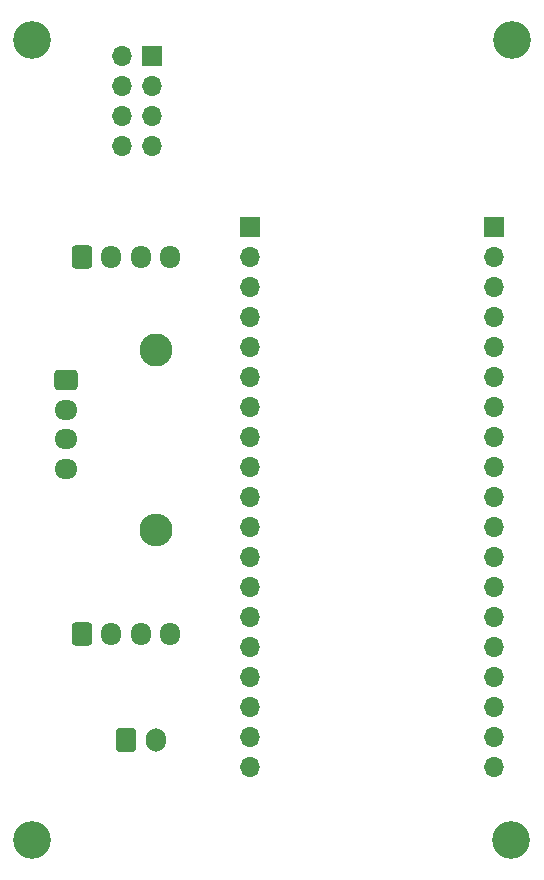
<source format=gbr>
%TF.GenerationSoftware,KiCad,Pcbnew,(6.0.2)*%
%TF.CreationDate,2022-03-02T22:32:20-08:00*%
%TF.ProjectId,node,6e6f6465-2e6b-4696-9361-645f70636258,rev?*%
%TF.SameCoordinates,Original*%
%TF.FileFunction,Soldermask,Top*%
%TF.FilePolarity,Negative*%
%FSLAX46Y46*%
G04 Gerber Fmt 4.6, Leading zero omitted, Abs format (unit mm)*
G04 Created by KiCad (PCBNEW (6.0.2)) date 2022-03-02 22:32:20*
%MOMM*%
%LPD*%
G01*
G04 APERTURE LIST*
G04 Aperture macros list*
%AMRoundRect*
0 Rectangle with rounded corners*
0 $1 Rounding radius*
0 $2 $3 $4 $5 $6 $7 $8 $9 X,Y pos of 4 corners*
0 Add a 4 corners polygon primitive as box body*
4,1,4,$2,$3,$4,$5,$6,$7,$8,$9,$2,$3,0*
0 Add four circle primitives for the rounded corners*
1,1,$1+$1,$2,$3*
1,1,$1+$1,$4,$5*
1,1,$1+$1,$6,$7*
1,1,$1+$1,$8,$9*
0 Add four rect primitives between the rounded corners*
20,1,$1+$1,$2,$3,$4,$5,0*
20,1,$1+$1,$4,$5,$6,$7,0*
20,1,$1+$1,$6,$7,$8,$9,0*
20,1,$1+$1,$8,$9,$2,$3,0*%
G04 Aperture macros list end*
%ADD10O,1.700000X1.700000*%
%ADD11R,1.700000X1.700000*%
%ADD12RoundRect,0.250000X-0.600000X-0.725000X0.600000X-0.725000X0.600000X0.725000X-0.600000X0.725000X0*%
%ADD13O,1.700000X1.950000*%
%ADD14C,2.800000*%
%ADD15O,2.800000X2.800000*%
%ADD16O,1.700000X2.000000*%
%ADD17RoundRect,0.250000X-0.600000X-0.750000X0.600000X-0.750000X0.600000X0.750000X-0.600000X0.750000X0*%
%ADD18RoundRect,0.250000X-0.725000X0.600000X-0.725000X-0.600000X0.725000X-0.600000X0.725000X0.600000X0*%
%ADD19O,1.950000X1.700000*%
%ADD20C,3.200000*%
G04 APERTURE END LIST*
D10*
%TO.C,J6*%
X52290000Y-46230000D03*
X54830000Y-46230000D03*
X52290000Y-43690000D03*
X54830000Y-43690000D03*
X52290000Y-41150000D03*
X54830000Y-41150000D03*
X52290000Y-38610000D03*
D11*
X54830000Y-38610000D03*
%TD*%
D12*
%TO.C,J1*%
X48874583Y-55587500D03*
D13*
X51374583Y-55587500D03*
X53874583Y-55587500D03*
X56374583Y-55587500D03*
%TD*%
D14*
%TO.C,R1*%
X55164583Y-63507500D03*
D15*
X55164583Y-78747500D03*
%TD*%
D11*
%TO.C,J8*%
X83765418Y-53127500D03*
D10*
X83765418Y-55667500D03*
X83765418Y-58207500D03*
X83765418Y-60747500D03*
X83765418Y-63287500D03*
X83765418Y-65827500D03*
X83765418Y-68367500D03*
X83765418Y-70907500D03*
X83765418Y-73447500D03*
X83765418Y-75987500D03*
X83765418Y-78527500D03*
X83765418Y-81067500D03*
X83765418Y-83607500D03*
X83765418Y-86147500D03*
X83765418Y-88687500D03*
X83765418Y-91227500D03*
X83765418Y-93767500D03*
X83765418Y-96307500D03*
X83765418Y-98847500D03*
%TD*%
D11*
%TO.C,J5*%
X63085418Y-53127500D03*
D10*
X63085418Y-55667500D03*
X63085418Y-58207500D03*
X63085418Y-60747500D03*
X63085418Y-63287500D03*
X63085418Y-65827500D03*
X63085418Y-68367500D03*
X63085418Y-70907500D03*
X63085418Y-73447500D03*
X63085418Y-75987500D03*
X63085418Y-78527500D03*
X63085418Y-81067500D03*
X63085418Y-83607500D03*
X63085418Y-86147500D03*
X63085418Y-88687500D03*
X63085418Y-91227500D03*
X63085418Y-93767500D03*
X63085418Y-96307500D03*
X63085418Y-98847500D03*
%TD*%
D16*
%TO.C,J4*%
X55124583Y-96527500D03*
D17*
X52624583Y-96527500D03*
%TD*%
D12*
%TO.C,J3*%
X48874583Y-87577500D03*
D13*
X51374583Y-87577500D03*
X53874583Y-87577500D03*
X56374583Y-87577500D03*
%TD*%
D18*
%TO.C,J2*%
X47544583Y-66047500D03*
D19*
X47544583Y-68547500D03*
X47544583Y-71047500D03*
X47544583Y-73547500D03*
%TD*%
D20*
%TO.C,REF3*%
X44654583Y-37257500D03*
%TD*%
%TO.C,REF1*%
X85200000Y-105000000D03*
%TD*%
%TO.C,REF2*%
X44654583Y-105000000D03*
%TD*%
%TO.C,REF4*%
X85304583Y-37257500D03*
%TD*%
M02*

</source>
